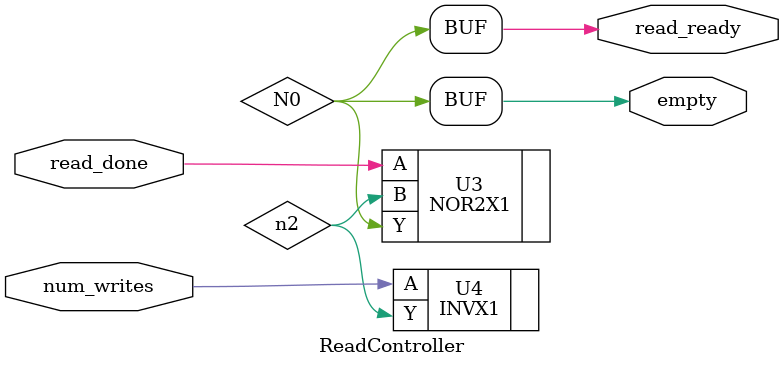
<source format=v>

module ReadController ( num_writes, read_done, empty, read_ready );
  input num_writes, read_done;
  output empty, read_ready;
  wire   N0, n2;
  assign empty = N0;
  assign read_ready = N0;

  NOR2X1 U3 ( .A(read_done), .B(n2), .Y(N0) );
  INVX1 U4 ( .A(num_writes), .Y(n2) );
endmodule


</source>
